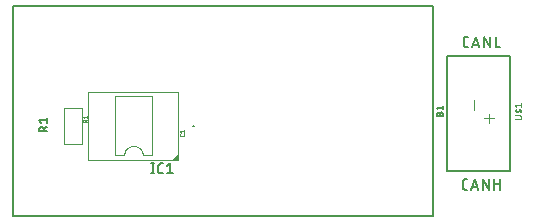
<source format=gbr>
G04 EAGLE Gerber RS-274X export*
G75*
%MOMM*%
%FSLAX34Y34*%
%LPD*%
%AMOC8*
5,1,8,0,0,1.08239X$1,22.5*%
G01*
%ADD10C,0.152400*%
%ADD11C,0.127000*%
%ADD12C,0.203200*%
%ADD13C,0.025400*%
%ADD14C,0.120000*%
%ADD15C,0.076200*%
%ADD16C,0.050800*%
%ADD17C,0.101600*%

G36*
X139776Y46615D02*
X139776Y46615D01*
X139853Y46621D01*
X139883Y46635D01*
X139914Y46640D01*
X139981Y46681D01*
X140050Y46714D01*
X140073Y46737D01*
X140100Y46754D01*
X140148Y46816D01*
X140201Y46871D01*
X140214Y46901D01*
X140233Y46927D01*
X140256Y47001D01*
X140286Y47072D01*
X140290Y47118D01*
X140296Y47136D01*
X140294Y47155D01*
X140299Y47200D01*
X140299Y51700D01*
X140282Y51792D01*
X140270Y51884D01*
X140263Y51898D01*
X140260Y51914D01*
X140211Y51994D01*
X140167Y52076D01*
X140154Y52087D01*
X140146Y52100D01*
X140072Y52157D01*
X140001Y52218D01*
X139986Y52224D01*
X139973Y52233D01*
X139884Y52260D01*
X139796Y52292D01*
X139780Y52291D01*
X139764Y52296D01*
X139671Y52289D01*
X139578Y52287D01*
X139563Y52281D01*
X139547Y52279D01*
X139463Y52240D01*
X139376Y52204D01*
X139360Y52191D01*
X139350Y52186D01*
X139336Y52172D01*
X139276Y52124D01*
X134776Y47624D01*
X134724Y47547D01*
X134667Y47473D01*
X134662Y47458D01*
X134653Y47444D01*
X134631Y47353D01*
X134604Y47264D01*
X134605Y47248D01*
X134602Y47232D01*
X134614Y47140D01*
X134621Y47047D01*
X134628Y47032D01*
X134630Y47016D01*
X134674Y46934D01*
X134714Y46850D01*
X134726Y46838D01*
X134733Y46824D01*
X134804Y46763D01*
X134871Y46699D01*
X134886Y46693D01*
X134899Y46682D01*
X134986Y46651D01*
X135072Y46614D01*
X135094Y46612D01*
X135104Y46609D01*
X135124Y46609D01*
X135200Y46601D01*
X139700Y46601D01*
X139776Y46615D01*
G37*
D10*
X384168Y22352D02*
X382249Y22352D01*
X382163Y22354D01*
X382077Y22360D01*
X381991Y22369D01*
X381906Y22383D01*
X381822Y22400D01*
X381738Y22421D01*
X381656Y22446D01*
X381575Y22474D01*
X381495Y22506D01*
X381416Y22542D01*
X381340Y22581D01*
X381265Y22624D01*
X381192Y22669D01*
X381121Y22718D01*
X381053Y22771D01*
X380986Y22826D01*
X380923Y22884D01*
X380862Y22945D01*
X380804Y23008D01*
X380749Y23075D01*
X380696Y23143D01*
X380647Y23214D01*
X380602Y23287D01*
X380559Y23362D01*
X380520Y23438D01*
X380484Y23517D01*
X380452Y23597D01*
X380424Y23678D01*
X380399Y23760D01*
X380378Y23844D01*
X380361Y23928D01*
X380347Y24013D01*
X380338Y24099D01*
X380332Y24185D01*
X380330Y24271D01*
X380330Y29069D01*
X380332Y29155D01*
X380338Y29241D01*
X380347Y29327D01*
X380361Y29412D01*
X380378Y29496D01*
X380399Y29580D01*
X380424Y29662D01*
X380452Y29743D01*
X380484Y29823D01*
X380520Y29902D01*
X380559Y29978D01*
X380602Y30053D01*
X380647Y30126D01*
X380696Y30197D01*
X380749Y30265D01*
X380804Y30332D01*
X380862Y30395D01*
X380923Y30456D01*
X380986Y30514D01*
X381053Y30569D01*
X381121Y30621D01*
X381192Y30671D01*
X381265Y30716D01*
X381340Y30759D01*
X381416Y30798D01*
X381495Y30834D01*
X381575Y30866D01*
X381656Y30894D01*
X381738Y30919D01*
X381822Y30940D01*
X381906Y30957D01*
X381991Y30971D01*
X382077Y30980D01*
X382163Y30986D01*
X382249Y30988D01*
X384168Y30988D01*
X390387Y30988D02*
X387508Y22352D01*
X393265Y22352D02*
X390387Y30988D01*
X392546Y24511D02*
X388228Y24511D01*
X397437Y22352D02*
X397437Y30988D01*
X402234Y22352D01*
X402234Y30988D01*
X407190Y30988D02*
X407190Y22352D01*
X407190Y27150D02*
X411988Y27150D01*
X411988Y30988D02*
X411988Y22352D01*
X385102Y143002D02*
X383183Y143002D01*
X383097Y143004D01*
X383011Y143010D01*
X382925Y143019D01*
X382840Y143033D01*
X382756Y143050D01*
X382672Y143071D01*
X382590Y143096D01*
X382509Y143124D01*
X382429Y143156D01*
X382350Y143192D01*
X382274Y143231D01*
X382199Y143274D01*
X382126Y143319D01*
X382055Y143368D01*
X381987Y143421D01*
X381920Y143476D01*
X381857Y143534D01*
X381796Y143595D01*
X381738Y143658D01*
X381683Y143725D01*
X381630Y143793D01*
X381581Y143864D01*
X381536Y143937D01*
X381493Y144012D01*
X381454Y144088D01*
X381418Y144167D01*
X381386Y144247D01*
X381358Y144328D01*
X381333Y144410D01*
X381312Y144494D01*
X381295Y144578D01*
X381281Y144663D01*
X381272Y144749D01*
X381266Y144835D01*
X381264Y144921D01*
X381263Y144921D02*
X381263Y149719D01*
X381264Y149719D02*
X381266Y149805D01*
X381272Y149891D01*
X381281Y149977D01*
X381295Y150062D01*
X381312Y150146D01*
X381333Y150230D01*
X381358Y150312D01*
X381386Y150393D01*
X381418Y150473D01*
X381454Y150552D01*
X381493Y150628D01*
X381536Y150703D01*
X381581Y150776D01*
X381630Y150847D01*
X381683Y150915D01*
X381738Y150982D01*
X381796Y151045D01*
X381857Y151106D01*
X381920Y151164D01*
X381987Y151219D01*
X382055Y151271D01*
X382126Y151321D01*
X382199Y151366D01*
X382274Y151409D01*
X382350Y151448D01*
X382429Y151484D01*
X382509Y151516D01*
X382590Y151544D01*
X382672Y151569D01*
X382756Y151590D01*
X382840Y151607D01*
X382925Y151621D01*
X383011Y151630D01*
X383097Y151636D01*
X383183Y151638D01*
X385102Y151638D01*
X391320Y151638D02*
X388442Y143002D01*
X394199Y143002D02*
X391320Y151638D01*
X393479Y145161D02*
X389161Y145161D01*
X398370Y143002D02*
X398370Y151638D01*
X403168Y143002D01*
X403168Y151638D01*
X408150Y151638D02*
X408150Y143002D01*
X411988Y143002D01*
D11*
X360920Y86321D02*
X360920Y84981D01*
X360919Y86321D02*
X360921Y86392D01*
X360927Y86464D01*
X360936Y86534D01*
X360949Y86604D01*
X360966Y86674D01*
X360987Y86742D01*
X361011Y86809D01*
X361039Y86875D01*
X361070Y86939D01*
X361105Y87002D01*
X361143Y87062D01*
X361184Y87121D01*
X361228Y87177D01*
X361275Y87231D01*
X361324Y87282D01*
X361377Y87330D01*
X361432Y87376D01*
X361489Y87418D01*
X361549Y87458D01*
X361610Y87494D01*
X361674Y87527D01*
X361739Y87556D01*
X361805Y87582D01*
X361873Y87605D01*
X361942Y87624D01*
X362012Y87639D01*
X362082Y87650D01*
X362153Y87658D01*
X362224Y87662D01*
X362296Y87662D01*
X362367Y87658D01*
X362438Y87650D01*
X362508Y87639D01*
X362578Y87624D01*
X362647Y87605D01*
X362715Y87582D01*
X362781Y87556D01*
X362846Y87527D01*
X362910Y87494D01*
X362971Y87458D01*
X363031Y87418D01*
X363088Y87376D01*
X363143Y87330D01*
X363196Y87282D01*
X363245Y87231D01*
X363292Y87177D01*
X363336Y87121D01*
X363377Y87062D01*
X363415Y87002D01*
X363450Y86939D01*
X363481Y86875D01*
X363509Y86809D01*
X363533Y86742D01*
X363554Y86674D01*
X363571Y86604D01*
X363584Y86534D01*
X363593Y86464D01*
X363599Y86392D01*
X363601Y86321D01*
X363601Y84981D01*
X358775Y84981D01*
X358775Y86321D01*
X358777Y86386D01*
X358783Y86450D01*
X358793Y86514D01*
X358806Y86578D01*
X358824Y86640D01*
X358845Y86701D01*
X358869Y86761D01*
X358898Y86819D01*
X358930Y86876D01*
X358965Y86930D01*
X359003Y86982D01*
X359045Y87032D01*
X359089Y87079D01*
X359136Y87123D01*
X359186Y87165D01*
X359238Y87203D01*
X359292Y87238D01*
X359349Y87270D01*
X359407Y87299D01*
X359467Y87323D01*
X359528Y87344D01*
X359590Y87362D01*
X359654Y87375D01*
X359718Y87385D01*
X359782Y87391D01*
X359847Y87393D01*
X359912Y87391D01*
X359976Y87385D01*
X360040Y87375D01*
X360104Y87362D01*
X360166Y87344D01*
X360227Y87323D01*
X360287Y87299D01*
X360345Y87270D01*
X360402Y87238D01*
X360456Y87203D01*
X360508Y87165D01*
X360558Y87123D01*
X360605Y87079D01*
X360649Y87032D01*
X360691Y86982D01*
X360729Y86930D01*
X360764Y86876D01*
X360796Y86819D01*
X360825Y86761D01*
X360849Y86701D01*
X360870Y86640D01*
X360888Y86578D01*
X360901Y86514D01*
X360911Y86450D01*
X360917Y86386D01*
X360919Y86321D01*
X359847Y90138D02*
X358775Y91478D01*
X363601Y91478D01*
X363601Y90138D02*
X363601Y92819D01*
X355600Y177800D02*
X0Y177800D01*
X0Y0D02*
X355600Y0D01*
X355600Y177800D01*
X0Y177800D02*
X0Y0D01*
X360920Y84981D02*
X360920Y86321D01*
X360919Y86321D02*
X360921Y86392D01*
X360927Y86464D01*
X360936Y86534D01*
X360949Y86604D01*
X360966Y86674D01*
X360987Y86742D01*
X361011Y86809D01*
X361039Y86875D01*
X361070Y86939D01*
X361105Y87002D01*
X361143Y87062D01*
X361184Y87121D01*
X361228Y87177D01*
X361275Y87231D01*
X361324Y87282D01*
X361377Y87330D01*
X361432Y87376D01*
X361489Y87418D01*
X361549Y87458D01*
X361610Y87494D01*
X361674Y87527D01*
X361739Y87556D01*
X361805Y87582D01*
X361873Y87605D01*
X361942Y87624D01*
X362012Y87639D01*
X362082Y87650D01*
X362153Y87658D01*
X362224Y87662D01*
X362296Y87662D01*
X362367Y87658D01*
X362438Y87650D01*
X362508Y87639D01*
X362578Y87624D01*
X362647Y87605D01*
X362715Y87582D01*
X362781Y87556D01*
X362846Y87527D01*
X362910Y87494D01*
X362971Y87458D01*
X363031Y87418D01*
X363088Y87376D01*
X363143Y87330D01*
X363196Y87282D01*
X363245Y87231D01*
X363292Y87177D01*
X363336Y87121D01*
X363377Y87062D01*
X363415Y87002D01*
X363450Y86939D01*
X363481Y86875D01*
X363509Y86809D01*
X363533Y86742D01*
X363554Y86674D01*
X363571Y86604D01*
X363584Y86534D01*
X363593Y86464D01*
X363599Y86392D01*
X363601Y86321D01*
X363601Y84981D01*
X358775Y84981D01*
X358775Y86321D01*
X358777Y86386D01*
X358783Y86450D01*
X358793Y86514D01*
X358806Y86578D01*
X358824Y86640D01*
X358845Y86701D01*
X358869Y86761D01*
X358898Y86819D01*
X358930Y86876D01*
X358965Y86930D01*
X359003Y86982D01*
X359045Y87032D01*
X359089Y87079D01*
X359136Y87123D01*
X359186Y87165D01*
X359238Y87203D01*
X359292Y87238D01*
X359349Y87270D01*
X359407Y87299D01*
X359467Y87323D01*
X359528Y87344D01*
X359590Y87362D01*
X359654Y87375D01*
X359718Y87385D01*
X359782Y87391D01*
X359847Y87393D01*
X359912Y87391D01*
X359976Y87385D01*
X360040Y87375D01*
X360104Y87362D01*
X360166Y87344D01*
X360227Y87323D01*
X360287Y87299D01*
X360345Y87270D01*
X360402Y87238D01*
X360456Y87203D01*
X360508Y87165D01*
X360558Y87123D01*
X360605Y87079D01*
X360649Y87032D01*
X360691Y86982D01*
X360729Y86930D01*
X360764Y86876D01*
X360796Y86819D01*
X360825Y86761D01*
X360849Y86701D01*
X360870Y86640D01*
X360888Y86578D01*
X360901Y86514D01*
X360911Y86450D01*
X360917Y86386D01*
X360919Y86321D01*
X359847Y90138D02*
X358775Y91478D01*
X363601Y91478D01*
X363601Y90138D02*
X363601Y92819D01*
D12*
X152705Y76200D02*
X152095Y76200D01*
D13*
X144653Y69130D02*
X144653Y68284D01*
X144651Y68226D01*
X144645Y68169D01*
X144635Y68112D01*
X144622Y68055D01*
X144604Y68000D01*
X144583Y67947D01*
X144558Y67894D01*
X144530Y67844D01*
X144498Y67796D01*
X144463Y67749D01*
X144425Y67706D01*
X144384Y67665D01*
X144341Y67627D01*
X144294Y67592D01*
X144246Y67560D01*
X144196Y67532D01*
X144143Y67507D01*
X144090Y67486D01*
X144035Y67468D01*
X143978Y67455D01*
X143921Y67445D01*
X143864Y67439D01*
X143806Y67437D01*
X141690Y67437D01*
X141632Y67439D01*
X141575Y67445D01*
X141518Y67455D01*
X141461Y67468D01*
X141406Y67486D01*
X141353Y67507D01*
X141300Y67532D01*
X141250Y67560D01*
X141202Y67592D01*
X141155Y67627D01*
X141112Y67665D01*
X141071Y67706D01*
X141033Y67749D01*
X140998Y67796D01*
X140966Y67844D01*
X140938Y67894D01*
X140913Y67947D01*
X140892Y68000D01*
X140874Y68055D01*
X140861Y68112D01*
X140851Y68169D01*
X140845Y68226D01*
X140843Y68284D01*
X140843Y69130D01*
X141690Y70494D02*
X140843Y71553D01*
X144653Y71553D01*
X144653Y72611D02*
X144653Y70494D01*
X144653Y69130D02*
X144653Y68284D01*
X144651Y68226D01*
X144645Y68169D01*
X144635Y68112D01*
X144622Y68055D01*
X144604Y68000D01*
X144583Y67947D01*
X144558Y67894D01*
X144530Y67844D01*
X144498Y67796D01*
X144463Y67749D01*
X144425Y67706D01*
X144384Y67665D01*
X144341Y67627D01*
X144294Y67592D01*
X144246Y67560D01*
X144196Y67532D01*
X144143Y67507D01*
X144090Y67486D01*
X144035Y67468D01*
X143978Y67455D01*
X143921Y67445D01*
X143864Y67439D01*
X143806Y67437D01*
X141690Y67437D01*
X141632Y67439D01*
X141575Y67445D01*
X141518Y67455D01*
X141461Y67468D01*
X141406Y67486D01*
X141353Y67507D01*
X141300Y67532D01*
X141250Y67560D01*
X141202Y67592D01*
X141155Y67627D01*
X141112Y67665D01*
X141071Y67706D01*
X141033Y67749D01*
X140998Y67796D01*
X140966Y67844D01*
X140938Y67894D01*
X140913Y67947D01*
X140892Y68000D01*
X140874Y68055D01*
X140861Y68112D01*
X140851Y68169D01*
X140845Y68226D01*
X140843Y68284D01*
X140843Y69130D01*
X141690Y70494D02*
X140843Y71553D01*
X144653Y71553D01*
X144653Y72611D02*
X144653Y70494D01*
D14*
X139700Y47200D02*
X63500Y47200D01*
X63500Y105200D01*
X139700Y105200D01*
X139700Y47200D01*
D10*
X117784Y44438D02*
X117784Y35962D01*
X118725Y35962D02*
X116842Y35962D01*
X116842Y44438D02*
X118725Y44438D01*
X124475Y35962D02*
X126358Y35962D01*
X124475Y35962D02*
X124390Y35964D01*
X124306Y35970D01*
X124222Y35979D01*
X124139Y35992D01*
X124056Y36009D01*
X123974Y36030D01*
X123893Y36054D01*
X123813Y36082D01*
X123735Y36114D01*
X123658Y36149D01*
X123582Y36187D01*
X123509Y36229D01*
X123437Y36274D01*
X123368Y36322D01*
X123300Y36373D01*
X123235Y36427D01*
X123173Y36484D01*
X123113Y36544D01*
X123056Y36606D01*
X123002Y36671D01*
X122951Y36739D01*
X122903Y36808D01*
X122858Y36880D01*
X122816Y36953D01*
X122778Y37029D01*
X122743Y37106D01*
X122711Y37184D01*
X122683Y37264D01*
X122659Y37345D01*
X122638Y37427D01*
X122621Y37510D01*
X122608Y37593D01*
X122599Y37677D01*
X122593Y37761D01*
X122591Y37846D01*
X122591Y42554D01*
X122593Y42639D01*
X122599Y42723D01*
X122608Y42807D01*
X122621Y42890D01*
X122638Y42973D01*
X122659Y43055D01*
X122683Y43136D01*
X122711Y43216D01*
X122743Y43294D01*
X122778Y43371D01*
X122816Y43447D01*
X122858Y43520D01*
X122903Y43592D01*
X122951Y43661D01*
X123002Y43729D01*
X123056Y43794D01*
X123113Y43856D01*
X123173Y43916D01*
X123235Y43973D01*
X123300Y44027D01*
X123368Y44078D01*
X123437Y44126D01*
X123509Y44171D01*
X123582Y44213D01*
X123658Y44251D01*
X123735Y44286D01*
X123813Y44318D01*
X123893Y44346D01*
X123974Y44370D01*
X124056Y44391D01*
X124139Y44408D01*
X124222Y44421D01*
X124306Y44430D01*
X124390Y44436D01*
X124475Y44438D01*
X126358Y44438D01*
X130129Y42554D02*
X132484Y44438D01*
X132484Y35962D01*
X134838Y35962D02*
X130129Y35962D01*
D14*
X117500Y51200D02*
X117500Y101200D01*
X85700Y101200D01*
X85700Y51200D01*
X109600Y51200D02*
X117500Y51200D01*
X93600Y51200D02*
X85700Y51200D01*
X93600Y51200D02*
X93602Y51395D01*
X93609Y51590D01*
X93621Y51784D01*
X93638Y51978D01*
X93659Y52172D01*
X93685Y52365D01*
X93716Y52557D01*
X93751Y52749D01*
X93791Y52939D01*
X93836Y53129D01*
X93885Y53318D01*
X93939Y53505D01*
X93998Y53691D01*
X94060Y53875D01*
X94128Y54058D01*
X94200Y54239D01*
X94276Y54418D01*
X94356Y54596D01*
X94441Y54771D01*
X94530Y54944D01*
X94624Y55115D01*
X94721Y55284D01*
X94823Y55450D01*
X94928Y55614D01*
X95037Y55775D01*
X95151Y55934D01*
X95268Y56089D01*
X95389Y56242D01*
X95514Y56392D01*
X95642Y56539D01*
X95774Y56682D01*
X95909Y56822D01*
X96047Y56959D01*
X96189Y57093D01*
X96334Y57223D01*
X96483Y57349D01*
X96634Y57472D01*
X96788Y57591D01*
X96945Y57706D01*
X97105Y57818D01*
X97267Y57925D01*
X97432Y58029D01*
X97600Y58128D01*
X97770Y58224D01*
X97942Y58315D01*
X98116Y58402D01*
X98293Y58484D01*
X98471Y58563D01*
X98651Y58637D01*
X98833Y58706D01*
X99017Y58772D01*
X99202Y58832D01*
X99389Y58888D01*
X99577Y58940D01*
X99766Y58987D01*
X99956Y59029D01*
X100147Y59067D01*
X100339Y59100D01*
X100532Y59128D01*
X100725Y59152D01*
X100919Y59171D01*
X101113Y59185D01*
X101308Y59195D01*
X101503Y59199D01*
X101697Y59199D01*
X101892Y59195D01*
X102087Y59185D01*
X102281Y59171D01*
X102475Y59152D01*
X102668Y59128D01*
X102861Y59100D01*
X103053Y59067D01*
X103244Y59029D01*
X103434Y58987D01*
X103623Y58940D01*
X103811Y58888D01*
X103998Y58832D01*
X104183Y58772D01*
X104367Y58706D01*
X104549Y58637D01*
X104729Y58563D01*
X104907Y58484D01*
X105084Y58402D01*
X105258Y58315D01*
X105430Y58224D01*
X105600Y58128D01*
X105768Y58029D01*
X105933Y57925D01*
X106095Y57818D01*
X106255Y57706D01*
X106412Y57591D01*
X106566Y57472D01*
X106717Y57349D01*
X106866Y57223D01*
X107011Y57093D01*
X107153Y56959D01*
X107291Y56822D01*
X107426Y56682D01*
X107558Y56539D01*
X107686Y56392D01*
X107811Y56242D01*
X107932Y56089D01*
X108049Y55934D01*
X108163Y55775D01*
X108272Y55614D01*
X108377Y55450D01*
X108479Y55284D01*
X108576Y55115D01*
X108670Y54944D01*
X108759Y54771D01*
X108844Y54596D01*
X108924Y54418D01*
X109000Y54239D01*
X109072Y54058D01*
X109140Y53875D01*
X109202Y53691D01*
X109261Y53505D01*
X109315Y53318D01*
X109364Y53129D01*
X109409Y52939D01*
X109449Y52749D01*
X109484Y52557D01*
X109515Y52365D01*
X109541Y52172D01*
X109562Y51978D01*
X109579Y51784D01*
X109591Y51590D01*
X109598Y51395D01*
X109600Y51200D01*
D10*
X117784Y44438D02*
X117784Y35962D01*
X118725Y35962D02*
X116842Y35962D01*
X116842Y44438D02*
X118725Y44438D01*
X124475Y35962D02*
X126358Y35962D01*
X124475Y35962D02*
X124390Y35964D01*
X124306Y35970D01*
X124222Y35979D01*
X124139Y35992D01*
X124056Y36009D01*
X123974Y36030D01*
X123893Y36054D01*
X123813Y36082D01*
X123735Y36114D01*
X123658Y36149D01*
X123582Y36187D01*
X123509Y36229D01*
X123437Y36274D01*
X123368Y36322D01*
X123300Y36373D01*
X123235Y36427D01*
X123173Y36484D01*
X123113Y36544D01*
X123056Y36606D01*
X123002Y36671D01*
X122951Y36739D01*
X122903Y36808D01*
X122858Y36880D01*
X122816Y36953D01*
X122778Y37029D01*
X122743Y37106D01*
X122711Y37184D01*
X122683Y37264D01*
X122659Y37345D01*
X122638Y37427D01*
X122621Y37510D01*
X122608Y37593D01*
X122599Y37677D01*
X122593Y37761D01*
X122591Y37846D01*
X122591Y42554D01*
X122593Y42639D01*
X122599Y42723D01*
X122608Y42807D01*
X122621Y42890D01*
X122638Y42973D01*
X122659Y43055D01*
X122683Y43136D01*
X122711Y43216D01*
X122743Y43294D01*
X122778Y43371D01*
X122816Y43447D01*
X122858Y43520D01*
X122903Y43592D01*
X122951Y43661D01*
X123002Y43729D01*
X123056Y43794D01*
X123113Y43856D01*
X123173Y43916D01*
X123235Y43973D01*
X123300Y44027D01*
X123368Y44078D01*
X123437Y44126D01*
X123509Y44171D01*
X123582Y44213D01*
X123658Y44251D01*
X123735Y44286D01*
X123813Y44318D01*
X123893Y44346D01*
X123974Y44370D01*
X124056Y44391D01*
X124139Y44408D01*
X124222Y44421D01*
X124306Y44430D01*
X124390Y44436D01*
X124475Y44438D01*
X126358Y44438D01*
X130129Y42554D02*
X132484Y44438D01*
X132484Y35962D01*
X134838Y35962D02*
X130129Y35962D01*
D15*
X58420Y60960D02*
X58420Y91440D01*
X58420Y60960D02*
X43180Y60960D01*
X43180Y91440D01*
X58420Y91440D01*
D13*
X58547Y79210D02*
X62357Y79210D01*
X58547Y79210D02*
X58547Y80268D01*
X58549Y80332D01*
X58555Y80396D01*
X58564Y80459D01*
X58578Y80521D01*
X58595Y80583D01*
X58616Y80643D01*
X58640Y80702D01*
X58668Y80760D01*
X58700Y80815D01*
X58734Y80869D01*
X58772Y80920D01*
X58813Y80970D01*
X58857Y81016D01*
X58903Y81060D01*
X58953Y81101D01*
X59004Y81139D01*
X59058Y81173D01*
X59113Y81205D01*
X59171Y81233D01*
X59230Y81257D01*
X59290Y81278D01*
X59352Y81295D01*
X59414Y81309D01*
X59477Y81318D01*
X59541Y81324D01*
X59605Y81326D01*
X59669Y81324D01*
X59733Y81318D01*
X59796Y81309D01*
X59858Y81295D01*
X59920Y81278D01*
X59980Y81257D01*
X60039Y81233D01*
X60097Y81205D01*
X60152Y81173D01*
X60206Y81139D01*
X60257Y81101D01*
X60307Y81060D01*
X60353Y81016D01*
X60397Y80970D01*
X60438Y80920D01*
X60476Y80869D01*
X60510Y80815D01*
X60542Y80760D01*
X60570Y80702D01*
X60594Y80643D01*
X60615Y80583D01*
X60632Y80521D01*
X60646Y80459D01*
X60655Y80396D01*
X60661Y80332D01*
X60663Y80268D01*
X60664Y80268D02*
X60664Y79210D01*
X60664Y80480D02*
X62357Y81326D01*
X59394Y82846D02*
X58547Y83905D01*
X62357Y83905D01*
X62357Y84963D02*
X62357Y82846D01*
D10*
X28448Y71882D02*
X21844Y71882D01*
X21844Y73716D01*
X21846Y73801D01*
X21852Y73885D01*
X21862Y73969D01*
X21875Y74053D01*
X21893Y74136D01*
X21914Y74218D01*
X21939Y74299D01*
X21968Y74379D01*
X22000Y74457D01*
X22036Y74533D01*
X22076Y74608D01*
X22119Y74681D01*
X22165Y74752D01*
X22214Y74821D01*
X22267Y74888D01*
X22323Y74952D01*
X22381Y75013D01*
X22442Y75071D01*
X22506Y75127D01*
X22573Y75180D01*
X22642Y75229D01*
X22713Y75275D01*
X22786Y75318D01*
X22861Y75358D01*
X22937Y75394D01*
X23015Y75426D01*
X23095Y75455D01*
X23176Y75480D01*
X23258Y75501D01*
X23341Y75519D01*
X23425Y75532D01*
X23509Y75542D01*
X23593Y75548D01*
X23678Y75550D01*
X23763Y75548D01*
X23847Y75542D01*
X23931Y75532D01*
X24015Y75519D01*
X24098Y75501D01*
X24180Y75480D01*
X24261Y75455D01*
X24341Y75426D01*
X24419Y75394D01*
X24495Y75358D01*
X24570Y75318D01*
X24643Y75275D01*
X24714Y75229D01*
X24783Y75180D01*
X24850Y75127D01*
X24914Y75071D01*
X24975Y75013D01*
X25033Y74952D01*
X25089Y74888D01*
X25142Y74821D01*
X25191Y74752D01*
X25237Y74681D01*
X25280Y74608D01*
X25320Y74533D01*
X25356Y74457D01*
X25388Y74379D01*
X25417Y74299D01*
X25442Y74218D01*
X25463Y74136D01*
X25481Y74053D01*
X25494Y73969D01*
X25504Y73885D01*
X25510Y73801D01*
X25512Y73716D01*
X25513Y73716D02*
X25513Y71882D01*
X25513Y74083D02*
X28448Y75551D01*
X23312Y79118D02*
X21844Y80953D01*
X28448Y80953D01*
X28448Y82787D02*
X28448Y79118D01*
D11*
X420700Y38050D02*
X420700Y135550D01*
X366700Y135550D01*
X366700Y38050D01*
X420700Y38050D01*
D16*
X424434Y82136D02*
X428470Y82136D01*
X428547Y82138D01*
X428625Y82144D01*
X428701Y82153D01*
X428778Y82167D01*
X428853Y82184D01*
X428927Y82205D01*
X429001Y82230D01*
X429073Y82258D01*
X429143Y82290D01*
X429212Y82325D01*
X429279Y82364D01*
X429344Y82406D01*
X429407Y82451D01*
X429468Y82499D01*
X429526Y82550D01*
X429581Y82604D01*
X429634Y82661D01*
X429683Y82720D01*
X429730Y82782D01*
X429774Y82846D01*
X429814Y82912D01*
X429851Y82980D01*
X429885Y83050D01*
X429915Y83121D01*
X429941Y83194D01*
X429964Y83268D01*
X429983Y83343D01*
X429998Y83418D01*
X430010Y83495D01*
X430018Y83572D01*
X430022Y83649D01*
X430022Y83727D01*
X430018Y83804D01*
X430010Y83881D01*
X429998Y83958D01*
X429983Y84033D01*
X429964Y84108D01*
X429941Y84182D01*
X429915Y84255D01*
X429885Y84326D01*
X429851Y84396D01*
X429814Y84464D01*
X429774Y84530D01*
X429730Y84594D01*
X429683Y84656D01*
X429634Y84715D01*
X429581Y84772D01*
X429526Y84826D01*
X429468Y84877D01*
X429407Y84925D01*
X429344Y84970D01*
X429279Y85012D01*
X429212Y85051D01*
X429143Y85086D01*
X429073Y85118D01*
X429001Y85146D01*
X428927Y85171D01*
X428853Y85192D01*
X428778Y85209D01*
X428701Y85223D01*
X428625Y85232D01*
X428547Y85238D01*
X428470Y85240D01*
X424434Y85240D01*
X424434Y88991D02*
X430022Y88991D01*
X427228Y88991D02*
X426762Y88215D01*
X426729Y88164D01*
X426693Y88115D01*
X426654Y88069D01*
X426611Y88026D01*
X426567Y87985D01*
X426519Y87947D01*
X426469Y87913D01*
X426417Y87882D01*
X426363Y87854D01*
X426308Y87830D01*
X426250Y87809D01*
X426192Y87793D01*
X426133Y87780D01*
X426073Y87771D01*
X426013Y87766D01*
X425952Y87765D01*
X425891Y87768D01*
X425831Y87775D01*
X425771Y87786D01*
X425713Y87801D01*
X425655Y87819D01*
X425598Y87841D01*
X425544Y87867D01*
X425491Y87897D01*
X425440Y87930D01*
X425391Y87966D01*
X425345Y88005D01*
X425301Y88047D01*
X425260Y88092D01*
X425223Y88139D01*
X425188Y88189D01*
X425157Y88241D01*
X425129Y88295D01*
X425105Y88351D01*
X425085Y88408D01*
X425068Y88466D01*
X425055Y88525D01*
X425055Y88526D02*
X425039Y88623D01*
X425027Y88721D01*
X425020Y88819D01*
X425016Y88918D01*
X425015Y89016D01*
X425019Y89115D01*
X425027Y89213D01*
X425039Y89311D01*
X425055Y89408D01*
X425074Y89504D01*
X425098Y89600D01*
X425125Y89695D01*
X425156Y89788D01*
X425191Y89880D01*
X425229Y89971D01*
X425271Y90060D01*
X425316Y90148D01*
X425365Y90233D01*
X427228Y88991D02*
X427694Y89768D01*
X427694Y89767D02*
X427727Y89818D01*
X427763Y89867D01*
X427802Y89913D01*
X427845Y89956D01*
X427889Y89997D01*
X427937Y90035D01*
X427987Y90069D01*
X428039Y90100D01*
X428093Y90128D01*
X428148Y90152D01*
X428206Y90173D01*
X428264Y90189D01*
X428323Y90202D01*
X428383Y90211D01*
X428443Y90216D01*
X428504Y90217D01*
X428565Y90214D01*
X428625Y90207D01*
X428685Y90196D01*
X428743Y90181D01*
X428801Y90163D01*
X428858Y90141D01*
X428912Y90115D01*
X428965Y90085D01*
X429016Y90052D01*
X429065Y90016D01*
X429111Y89977D01*
X429155Y89935D01*
X429196Y89890D01*
X429233Y89843D01*
X429268Y89793D01*
X429299Y89741D01*
X429327Y89687D01*
X429351Y89631D01*
X429371Y89574D01*
X429388Y89516D01*
X429401Y89457D01*
X429417Y89360D01*
X429429Y89262D01*
X429436Y89164D01*
X429440Y89065D01*
X429441Y88967D01*
X429437Y88868D01*
X429429Y88770D01*
X429417Y88672D01*
X429401Y88575D01*
X429382Y88479D01*
X429358Y88383D01*
X429331Y88288D01*
X429300Y88195D01*
X429265Y88103D01*
X429227Y88012D01*
X429185Y87923D01*
X429140Y87835D01*
X429091Y87750D01*
X425676Y92560D02*
X424434Y94112D01*
X430022Y94112D01*
X430022Y92560D02*
X430022Y95664D01*
D17*
X402618Y86445D02*
X402618Y78655D01*
X398724Y82550D02*
X406513Y82550D01*
X389918Y90085D02*
X389918Y97875D01*
D16*
X424434Y82136D02*
X428470Y82136D01*
X428547Y82138D01*
X428625Y82144D01*
X428701Y82153D01*
X428778Y82167D01*
X428853Y82184D01*
X428927Y82205D01*
X429001Y82230D01*
X429073Y82258D01*
X429143Y82290D01*
X429212Y82325D01*
X429279Y82364D01*
X429344Y82406D01*
X429407Y82451D01*
X429468Y82499D01*
X429526Y82550D01*
X429581Y82604D01*
X429634Y82661D01*
X429683Y82720D01*
X429730Y82782D01*
X429774Y82846D01*
X429814Y82912D01*
X429851Y82980D01*
X429885Y83050D01*
X429915Y83121D01*
X429941Y83194D01*
X429964Y83268D01*
X429983Y83343D01*
X429998Y83418D01*
X430010Y83495D01*
X430018Y83572D01*
X430022Y83649D01*
X430022Y83727D01*
X430018Y83804D01*
X430010Y83881D01*
X429998Y83958D01*
X429983Y84033D01*
X429964Y84108D01*
X429941Y84182D01*
X429915Y84255D01*
X429885Y84326D01*
X429851Y84396D01*
X429814Y84464D01*
X429774Y84530D01*
X429730Y84594D01*
X429683Y84656D01*
X429634Y84715D01*
X429581Y84772D01*
X429526Y84826D01*
X429468Y84877D01*
X429407Y84925D01*
X429344Y84970D01*
X429279Y85012D01*
X429212Y85051D01*
X429143Y85086D01*
X429073Y85118D01*
X429001Y85146D01*
X428927Y85171D01*
X428853Y85192D01*
X428778Y85209D01*
X428701Y85223D01*
X428625Y85232D01*
X428547Y85238D01*
X428470Y85240D01*
X424434Y85240D01*
X424434Y88991D02*
X430022Y88991D01*
X427228Y88991D02*
X426762Y88215D01*
X426729Y88164D01*
X426693Y88115D01*
X426654Y88069D01*
X426611Y88026D01*
X426567Y87985D01*
X426519Y87947D01*
X426469Y87913D01*
X426417Y87882D01*
X426363Y87854D01*
X426308Y87830D01*
X426250Y87809D01*
X426192Y87793D01*
X426133Y87780D01*
X426073Y87771D01*
X426013Y87766D01*
X425952Y87765D01*
X425891Y87768D01*
X425831Y87775D01*
X425771Y87786D01*
X425713Y87801D01*
X425655Y87819D01*
X425598Y87841D01*
X425544Y87867D01*
X425491Y87897D01*
X425440Y87930D01*
X425391Y87966D01*
X425345Y88005D01*
X425301Y88047D01*
X425260Y88092D01*
X425223Y88139D01*
X425188Y88189D01*
X425157Y88241D01*
X425129Y88295D01*
X425105Y88351D01*
X425085Y88408D01*
X425068Y88466D01*
X425055Y88525D01*
X425055Y88526D02*
X425039Y88623D01*
X425027Y88721D01*
X425020Y88819D01*
X425016Y88918D01*
X425015Y89016D01*
X425019Y89115D01*
X425027Y89213D01*
X425039Y89311D01*
X425055Y89408D01*
X425074Y89504D01*
X425098Y89600D01*
X425125Y89695D01*
X425156Y89788D01*
X425191Y89880D01*
X425229Y89971D01*
X425271Y90060D01*
X425316Y90148D01*
X425365Y90233D01*
X427228Y88991D02*
X427694Y89768D01*
X427694Y89767D02*
X427727Y89818D01*
X427763Y89867D01*
X427802Y89913D01*
X427845Y89956D01*
X427889Y89997D01*
X427937Y90035D01*
X427987Y90069D01*
X428039Y90100D01*
X428093Y90128D01*
X428148Y90152D01*
X428206Y90173D01*
X428264Y90189D01*
X428323Y90202D01*
X428383Y90211D01*
X428443Y90216D01*
X428504Y90217D01*
X428565Y90214D01*
X428625Y90207D01*
X428685Y90196D01*
X428743Y90181D01*
X428801Y90163D01*
X428858Y90141D01*
X428912Y90115D01*
X428965Y90085D01*
X429016Y90052D01*
X429065Y90016D01*
X429111Y89977D01*
X429155Y89935D01*
X429196Y89890D01*
X429233Y89843D01*
X429268Y89793D01*
X429299Y89741D01*
X429327Y89687D01*
X429351Y89631D01*
X429371Y89574D01*
X429388Y89516D01*
X429401Y89457D01*
X429417Y89360D01*
X429429Y89262D01*
X429436Y89164D01*
X429440Y89065D01*
X429441Y88967D01*
X429437Y88868D01*
X429429Y88770D01*
X429417Y88672D01*
X429401Y88575D01*
X429382Y88479D01*
X429358Y88383D01*
X429331Y88288D01*
X429300Y88195D01*
X429265Y88103D01*
X429227Y88012D01*
X429185Y87923D01*
X429140Y87835D01*
X429091Y87750D01*
X425676Y92560D02*
X424434Y94112D01*
X430022Y94112D01*
X430022Y92560D02*
X430022Y95664D01*
M02*

</source>
